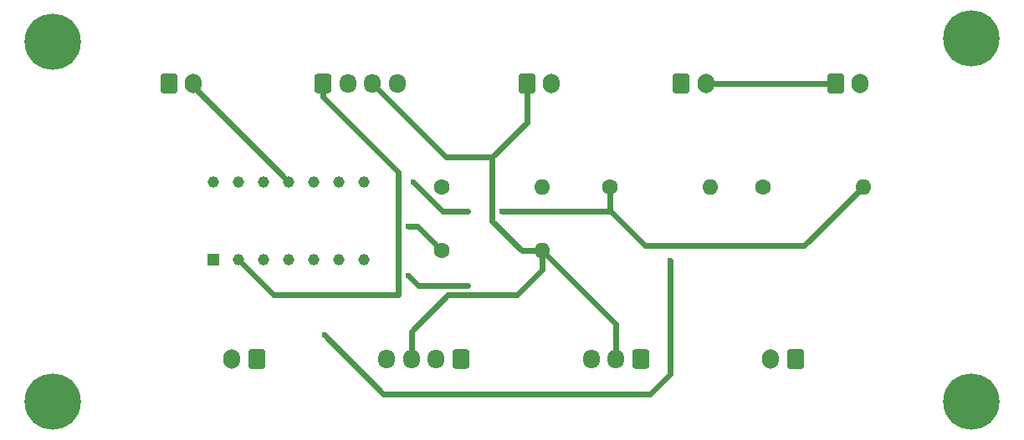
<source format=gbl>
G04 #@! TF.GenerationSoftware,KiCad,Pcbnew,8.0.5*
G04 #@! TF.CreationDate,2025-03-12T15:23:49-04:00*
G04 #@! TF.ProjectId,PCB_version4,5043425f-7665-4727-9369-6f6e342e6b69,rev?*
G04 #@! TF.SameCoordinates,Original*
G04 #@! TF.FileFunction,Copper,L2,Bot*
G04 #@! TF.FilePolarity,Positive*
%FSLAX46Y46*%
G04 Gerber Fmt 4.6, Leading zero omitted, Abs format (unit mm)*
G04 Created by KiCad (PCBNEW 8.0.5) date 2025-03-12 15:23:49*
%MOMM*%
%LPD*%
G01*
G04 APERTURE LIST*
G04 Aperture macros list*
%AMRoundRect*
0 Rectangle with rounded corners*
0 $1 Rounding radius*
0 $2 $3 $4 $5 $6 $7 $8 $9 X,Y pos of 4 corners*
0 Add a 4 corners polygon primitive as box body*
4,1,4,$2,$3,$4,$5,$6,$7,$8,$9,$2,$3,0*
0 Add four circle primitives for the rounded corners*
1,1,$1+$1,$2,$3*
1,1,$1+$1,$4,$5*
1,1,$1+$1,$6,$7*
1,1,$1+$1,$8,$9*
0 Add four rect primitives between the rounded corners*
20,1,$1+$1,$2,$3,$4,$5,0*
20,1,$1+$1,$4,$5,$6,$7,0*
20,1,$1+$1,$6,$7,$8,$9,0*
20,1,$1+$1,$8,$9,$2,$3,0*%
G04 Aperture macros list end*
G04 #@! TA.AperFunction,ComponentPad*
%ADD10C,1.600000*%
G04 #@! TD*
G04 #@! TA.AperFunction,ComponentPad*
%ADD11O,1.600000X1.600000*%
G04 #@! TD*
G04 #@! TA.AperFunction,ComponentPad*
%ADD12RoundRect,0.250000X-0.600000X-0.750000X0.600000X-0.750000X0.600000X0.750000X-0.600000X0.750000X0*%
G04 #@! TD*
G04 #@! TA.AperFunction,ComponentPad*
%ADD13O,1.700000X2.000000*%
G04 #@! TD*
G04 #@! TA.AperFunction,ComponentPad*
%ADD14RoundRect,0.250000X-0.600000X-0.725000X0.600000X-0.725000X0.600000X0.725000X-0.600000X0.725000X0*%
G04 #@! TD*
G04 #@! TA.AperFunction,ComponentPad*
%ADD15O,1.700000X1.950000*%
G04 #@! TD*
G04 #@! TA.AperFunction,ComponentPad*
%ADD16RoundRect,0.250000X0.600000X0.750000X-0.600000X0.750000X-0.600000X-0.750000X0.600000X-0.750000X0*%
G04 #@! TD*
G04 #@! TA.AperFunction,ComponentPad*
%ADD17R,1.170000X1.170000*%
G04 #@! TD*
G04 #@! TA.AperFunction,ComponentPad*
%ADD18C,1.170000*%
G04 #@! TD*
G04 #@! TA.AperFunction,ComponentPad*
%ADD19RoundRect,0.250000X0.600000X0.725000X-0.600000X0.725000X-0.600000X-0.725000X0.600000X-0.725000X0*%
G04 #@! TD*
G04 #@! TA.AperFunction,ComponentPad*
%ADD20C,5.700000*%
G04 #@! TD*
G04 #@! TA.AperFunction,ViaPad*
%ADD21C,0.600000*%
G04 #@! TD*
G04 #@! TA.AperFunction,Conductor*
%ADD22C,0.600000*%
G04 #@! TD*
G04 APERTURE END LIST*
D10*
X157420000Y-80500000D03*
D11*
X167580000Y-80500000D03*
D12*
X197250000Y-63532500D03*
D13*
X199750000Y-63532500D03*
D10*
X157420000Y-74000000D03*
D11*
X167580000Y-74000000D03*
D12*
X129750000Y-63532500D03*
D13*
X132250000Y-63532500D03*
D10*
X174420000Y-74000000D03*
D11*
X184580000Y-74000000D03*
D14*
X145375000Y-63532500D03*
D15*
X147875000Y-63532500D03*
X150375000Y-63532500D03*
X152875000Y-63532500D03*
D16*
X138666668Y-91500000D03*
D13*
X136166668Y-91500000D03*
D17*
X134300000Y-81440000D03*
D18*
X136840000Y-81440000D03*
X139380000Y-81440000D03*
X141920000Y-81440000D03*
X144460000Y-81440000D03*
X147000000Y-81440000D03*
X149540000Y-81440000D03*
X149540000Y-73500000D03*
X147000000Y-73500000D03*
X144460000Y-73500000D03*
X141920000Y-73500000D03*
X139380000Y-73500000D03*
X136840000Y-73500000D03*
X134300000Y-73500000D03*
D19*
X159333334Y-91500000D03*
D15*
X156833334Y-91500000D03*
X154333334Y-91500000D03*
X151833334Y-91500000D03*
D20*
X211000000Y-95778500D03*
D16*
X193166668Y-91500000D03*
D13*
X190666668Y-91500000D03*
D10*
X189920000Y-74000000D03*
D11*
X200080000Y-74000000D03*
D20*
X118000000Y-95778500D03*
D19*
X177500000Y-91500000D03*
D15*
X175000000Y-91500000D03*
X172500000Y-91500000D03*
D20*
X211000000Y-59000000D03*
D12*
X181625000Y-63532500D03*
D13*
X184125000Y-63532500D03*
D20*
X118000000Y-59278500D03*
D12*
X166000000Y-63532500D03*
D13*
X168500000Y-63532500D03*
D21*
X163500000Y-76500000D03*
X160000000Y-76500000D03*
X154500000Y-73500000D03*
X180500000Y-81500000D03*
X145500000Y-89000000D03*
X160000000Y-84000000D03*
X154000000Y-83000000D03*
X154000000Y-78000000D03*
D22*
X174340000Y-76500000D02*
X174420000Y-76420000D01*
X163500000Y-76500000D02*
X174340000Y-76500000D01*
X157500000Y-76500000D02*
X160000000Y-76500000D01*
X154500000Y-73500000D02*
X157500000Y-76500000D01*
X180500000Y-93000000D02*
X180500000Y-81500000D01*
X178500000Y-95000000D02*
X180500000Y-93000000D01*
X176500000Y-95000000D02*
X178500000Y-95000000D01*
X151500000Y-95000000D02*
X176500000Y-95000000D01*
X145500000Y-89000000D02*
X151500000Y-95000000D01*
X174420000Y-76420000D02*
X178000000Y-80000000D01*
X194080000Y-80000000D02*
X200080000Y-74000000D01*
X174420000Y-74000000D02*
X174420000Y-76420000D01*
X178000000Y-80000000D02*
X194080000Y-80000000D01*
X155000000Y-84000000D02*
X160000000Y-84000000D01*
X154000000Y-83000000D02*
X155000000Y-84000000D01*
X175000000Y-87920000D02*
X175000000Y-91500000D01*
X167580000Y-80500000D02*
X175000000Y-87920000D01*
X154920000Y-78000000D02*
X157420000Y-80500000D01*
X154000000Y-78000000D02*
X154920000Y-78000000D01*
X140400000Y-85000000D02*
X136840000Y-81440000D01*
X153000000Y-85000000D02*
X140400000Y-85000000D01*
X145375000Y-64875000D02*
X153000000Y-72500000D01*
X153000000Y-72500000D02*
X153000000Y-85000000D01*
X145375000Y-63532500D02*
X145375000Y-64875000D01*
X157842500Y-71000000D02*
X162500000Y-71000000D01*
X150375000Y-63532500D02*
X157842500Y-71000000D01*
X132250000Y-63830000D02*
X141920000Y-73500000D01*
X132250000Y-63532500D02*
X132250000Y-63830000D01*
X167580000Y-82420000D02*
X167580000Y-80500000D01*
X154333334Y-88666666D02*
X158000000Y-85000000D01*
X158000000Y-85000000D02*
X165000000Y-85000000D01*
X165000000Y-85000000D02*
X167580000Y-82420000D01*
X154333334Y-91500000D02*
X154333334Y-88666666D01*
X162500000Y-77500000D02*
X165500000Y-80500000D01*
X162500000Y-71000000D02*
X162500000Y-77500000D01*
X165500000Y-80500000D02*
X167580000Y-80500000D01*
X166000000Y-67500000D02*
X162500000Y-71000000D01*
X166000000Y-63532500D02*
X166000000Y-67500000D01*
X197250000Y-63532500D02*
X184125000Y-63532500D01*
M02*

</source>
